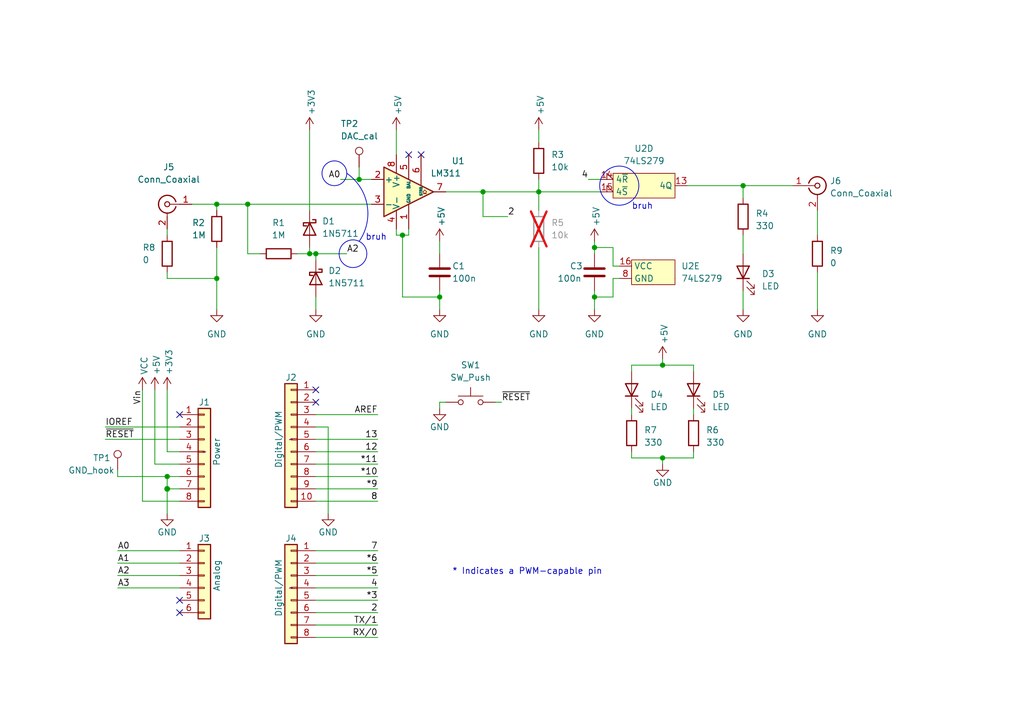
<source format=kicad_sch>
(kicad_sch (version 20230121) (generator eeschema)
  (paper "A5")
  (title_block (title "Pulsed laser ablator PLL Interface") (date "ven. 17 fevr 2023") (rev "2"))
  (lib_symbols
    (symbol "Comparator:LM311" (pin_names (offset 0.127))
      (property "Reference" "U" (at 3.81 6.35 0))
      (property "Value" "LM311" (at 3.81 3.81 0))
      (symbol "LM311_0_1"
        (polyline (pts (xy 5.08 0) (xy -5.08 5.08) (xy -5.08 -5.08) (xy 5.08 0)) (stroke (width 0.254)) (fill (type background)))
        (polyline (pts (xy 3.683 -0.381) (xy 3.302 -0.381) (xy 3.683 0) (xy 3.302 0.381) (xy 2.921 0) (xy 3.302 -0.381) (xy 2.921 -0.381)) (stroke (width 0.127)))
      )
      (symbol "LM311_1_1"
        (pin passive line (at 0 -7.62 90) (length 5.08) (name "GND") (number "1"))
        (pin input line (at -7.62 2.54 0) (length 2.54) (name "+") (number "2"))
        (pin input line (at -7.62 -2.54 0) (length 2.54) (name "-") (number "3"))
        (pin power_in line (at -2.54 -7.62 90) (length 3.81) (name "V-") (number "4"))
        (pin input line (at 0 7.62 270) (length 5.08) (name "BAL") (number "5"))
        (pin input line (at 2.54 7.62 270) (length 6.35) (name "STRB") (number "6"))
        (pin open_collector line (at 7.62 0 180) (length 2.54) (name "~") (number "7"))
        (pin power_in line (at -2.54 7.62 270) (length 3.81) (name "V+") (number "8"))
      )
    )
    (symbol "Connector:Conn_Coaxial" (pin_names (offset 1.016) hide)
      (property "Reference" "J" (at 0.254 3.048 0))
      (property "Value" "Conn_Coaxial" (at 2.921 0 90))
      (symbol "Conn_Coaxial_0_1"
        (arc (start -1.778 -0.508) (mid 0.2311 -1.8066) (end 1.778 0) (stroke (width 0.254)))
        (polyline (pts (xy -2.54 0) (xy -0.508 0)))
        (polyline (pts (xy 0 -2.54) (xy 0 -1.778)))
        (circle (center 0 0) (radius 0.508) (stroke (width 0.2032)))
        (arc (start 1.778 0) (mid 0.2099 1.8101) (end -1.778 0.508) (stroke (width 0.254)))
      )
      (symbol "Conn_Coaxial_1_1"
        (pin passive line (at -5.08 0 0) (length 2.54) (name "In") (number "1"))
        (pin passive line (at 0 -5.08 90) (length 2.54) (name "Ext") (number "2"))
      )
    )
    (symbol "Connector:TestPoint" (pin_numbers hide) (pin_names (offset 0.762) hide)
      (property "Reference" "TP" (at 0 6.858 0))
      (property "Value" "TestPoint" (at 0 5.08 0))
      (symbol "TestPoint_0_1"
        (circle (center 0 3.302) (radius 0.762))
      )
      (symbol "TestPoint_1_1"
        (pin passive line (at 0 0 90) (length 2.54) (name "1") (number "1"))
      )
    )
    (symbol "Connector_Generic:Conn_01x06" (pin_names (offset 1.016) hide)
      (property "Reference" "J" (at 0 7.62 0))
      (property "Value" "Conn_01x06" (at 0 -10.16 0))
      (symbol "Conn_01x06_1_1"
        (rectangle (start -1.27 -7.493) (end 0 -7.747) (stroke (width 0.1524)))
        (rectangle (start -1.27 -4.953) (end 0 -5.207) (stroke (width 0.1524)))
        (rectangle (start -1.27 -2.413) (end 0 -2.667) (stroke (width 0.1524)))
        (rectangle (start -1.27 0.127) (end 0 -0.127) (stroke (width 0.1524)))
        (rectangle (start -1.27 2.667) (end 0 2.413) (stroke (width 0.1524)))
        (rectangle (start -1.27 5.207) (end 0 4.953) (stroke (width 0.1524)))
        (rectangle (start -1.27 6.35) (end 1.27 -8.89) (stroke (width 0.254)) (fill (type background)))
        (pin passive line (at -5.08 5.08 0) (length 3.81) (name "Pin_1") (number "1"))
        (pin passive line (at -5.08 2.54 0) (length 3.81) (name "Pin_2") (number "2"))
        (pin passive line (at -5.08 0 0) (length 3.81) (name "Pin_3") (number "3"))
        (pin passive line (at -5.08 -2.54 0) (length 3.81) (name "Pin_4") (number "4"))
        (pin passive line (at -5.08 -5.08 0) (length 3.81) (name "Pin_5") (number "5"))
        (pin passive line (at -5.08 -7.62 0) (length 3.81) (name "Pin_6") (number "6"))
      )
    )
    (symbol "Connector_Generic:Conn_01x08" (pin_names (offset 1.016) hide)
      (property "Reference" "J" (at 0 10.16 0))
      (property "Value" "Conn_01x08" (at 0 -12.7 0))
      (symbol "Conn_01x08_1_1"
        (rectangle (start -1.27 -10.033) (end 0 -10.287) (stroke (width 0.1524)))
        (rectangle (start -1.27 -7.493) (end 0 -7.747) (stroke (width 0.1524)))
        (rectangle (start -1.27 -4.953) (end 0 -5.207) (stroke (width 0.1524)))
        (rectangle (start -1.27 -2.413) (end 0 -2.667) (stroke (width 0.1524)))
        (rectangle (start -1.27 0.127) (end 0 -0.127) (stroke (width 0.1524)))
        (rectangle (start -1.27 2.667) (end 0 2.413) (stroke (width 0.1524)))
        (rectangle (start -1.27 5.207) (end 0 4.953) (stroke (width 0.1524)))
        (rectangle (start -1.27 7.747) (end 0 7.493) (stroke (width 0.1524)))
        (rectangle (start -1.27 8.89) (end 1.27 -11.43) (stroke (width 0.254)) (fill (type background)))
        (pin passive line (at -5.08 7.62 0) (length 3.81) (name "Pin_1") (number "1"))
        (pin passive line (at -5.08 5.08 0) (length 3.81) (name "Pin_2") (number "2"))
        (pin passive line (at -5.08 2.54 0) (length 3.81) (name "Pin_3") (number "3"))
        (pin passive line (at -5.08 0 0) (length 3.81) (name "Pin_4") (number "4"))
        (pin passive line (at -5.08 -2.54 0) (length 3.81) (name "Pin_5") (number "5"))
        (pin passive line (at -5.08 -5.08 0) (length 3.81) (name "Pin_6") (number "6"))
        (pin passive line (at -5.08 -7.62 0) (length 3.81) (name "Pin_7") (number "7"))
        (pin passive line (at -5.08 -10.16 0) (length 3.81) (name "Pin_8") (number "8"))
      )
    )
    (symbol "Connector_Generic:Conn_01x10" (pin_names (offset 1.016) hide)
      (property "Reference" "J" (at 0 12.7 0))
      (property "Value" "Conn_01x10" (at 0 -15.24 0))
      (symbol "Conn_01x10_1_1"
        (rectangle (start -1.27 -12.573) (end 0 -12.827) (stroke (width 0.1524)))
        (rectangle (start -1.27 -10.033) (end 0 -10.287) (stroke (width 0.1524)))
        (rectangle (start -1.27 -7.493) (end 0 -7.747) (stroke (width 0.1524)))
        (rectangle (start -1.27 -4.953) (end 0 -5.207) (stroke (width 0.1524)))
        (rectangle (start -1.27 -2.413) (end 0 -2.667) (stroke (width 0.1524)))
        (rectangle (start -1.27 0.127) (end 0 -0.127) (stroke (width 0.1524)))
        (rectangle (start -1.27 2.667) (end 0 2.413) (stroke (width 0.1524)))
        (rectangle (start -1.27 5.207) (end 0 4.953) (stroke (width 0.1524)))
        (rectangle (start -1.27 7.747) (end 0 7.493) (stroke (width 0.1524)))
        (rectangle (start -1.27 10.287) (end 0 10.033) (stroke (width 0.1524)))
        (rectangle (start -1.27 11.43) (end 1.27 -13.97) (stroke (width 0.254)) (fill (type background)))
        (pin passive line (at -5.08 10.16 0) (length 3.81) (name "Pin_1") (number "1"))
        (pin passive line (at -5.08 -12.7 0) (length 3.81) (name "Pin_10") (number "10"))
        (pin passive line (at -5.08 7.62 0) (length 3.81) (name "Pin_2") (number "2"))
        (pin passive line (at -5.08 5.08 0) (length 3.81) (name "Pin_3") (number "3"))
        (pin passive line (at -5.08 2.54 0) (length 3.81) (name "Pin_4") (number "4"))
        (pin passive line (at -5.08 0 0) (length 3.81) (name "Pin_5") (number "5"))
        (pin passive line (at -5.08 -2.54 0) (length 3.81) (name "Pin_6") (number "6"))
        (pin passive line (at -5.08 -5.08 0) (length 3.81) (name "Pin_7") (number "7"))
        (pin passive line (at -5.08 -7.62 0) (length 3.81) (name "Pin_8") (number "8"))
        (pin passive line (at -5.08 -10.16 0) (length 3.81) (name "Pin_9") (number "9"))
      )
    )
    (symbol "Device:C" (pin_numbers hide) (pin_names (offset 0.254))
      (property "Reference" "C" (at 0.635 2.54 0))
      (property "Value" "C" (at 0.635 -2.54 0))
      (symbol "C_0_1"
        (polyline (pts (xy -2.032 -0.762) (xy 2.032 -0.762)) (stroke (width 0.508)))
        (polyline (pts (xy -2.032 0.762) (xy 2.032 0.762)) (stroke (width 0.508)))
      )
      (symbol "C_1_1"
        (pin passive line (at 0 3.81 270) (length 2.794) (name "~") (number "1"))
        (pin passive line (at 0 -3.81 90) (length 2.794) (name "~") (number "2"))
      )
    )
    (symbol "Device:D_Schottky" (pin_numbers hide) (pin_names (offset 1.016) hide)
      (property "Reference" "D" (at 0 2.54 0))
      (property "Value" "D_Schottky" (at 0 -2.54 0))
      (symbol "D_Schottky_0_1"
        (polyline (pts (xy 1.27 0) (xy -1.27 0)))
        (polyline (pts (xy 1.27 1.27) (xy 1.27 -1.27) (xy -1.27 0) (xy 1.27 1.27)) (stroke (width 0.254)))
        (polyline (pts (xy -1.905 0.635) (xy -1.905 1.27) (xy -1.27 1.27) (xy -1.27 -1.27) (xy -0.635 -1.27) (xy -0.635 -0.635)) (stroke (width 0.254)))
      )
      (symbol "D_Schottky_1_1"
        (pin passive line (at -3.81 0 0) (length 2.54) (name "K") (number "1"))
        (pin passive line (at 3.81 0 180) (length 2.54) (name "A") (number "2"))
      )
    )
    (symbol "Device:LED" (pin_numbers hide) (pin_names (offset 1.016) hide)
      (property "Reference" "D" (at 0 2.54 0))
      (property "Value" "LED" (at 0 -2.54 0))
      (symbol "LED_0_1"
        (polyline (pts (xy -1.27 -1.27) (xy -1.27 1.27)) (stroke (width 0.254)))
        (polyline (pts (xy -1.27 0) (xy 1.27 0)))
        (polyline (pts (xy 1.27 -1.27) (xy 1.27 1.27) (xy -1.27 0) (xy 1.27 -1.27)) (stroke (width 0.254)))
        (polyline (pts (xy -3.048 -0.762) (xy -4.572 -2.286) (xy -3.81 -2.286) (xy -4.572 -2.286) (xy -4.572 -1.524)))
        (polyline (pts (xy -1.778 -0.762) (xy -3.302 -2.286) (xy -2.54 -2.286) (xy -3.302 -2.286) (xy -3.302 -1.524)))
      )
      (symbol "LED_1_1"
        (pin passive line (at -3.81 0 0) (length 2.54) (name "K") (number "1"))
        (pin passive line (at 3.81 0 180) (length 2.54) (name "A") (number "2"))
      )
    )
    (symbol "Device:R" (pin_numbers hide) (pin_names (offset 0))
      (property "Reference" "R" (at 2.032 0 90))
      (property "Value" "R" (at 0 0 90))
      (symbol "R_0_1"
        (rectangle (start -1.016 -2.54) (end 1.016 2.54) (stroke (width 0.254)))
      )
      (symbol "R_1_1"
        (pin passive line (at 0 3.81 270) (length 1.27) (name "~") (number "1"))
        (pin passive line (at 0 -3.81 90) (length 1.27) (name "~") (number "2"))
      )
    )
    (symbol "Switch:SW_Push" (pin_numbers hide) (pin_names (offset 1.016) hide)
      (property "Reference" "SW" (at 1.27 2.54 0))
      (property "Value" "SW_Push" (at 0 -1.524 0))
      (symbol "SW_Push_0_1"
        (circle (center -2.032 0) (radius 0.508))
        (polyline (pts (xy 0 1.27) (xy 0 3.048)))
        (polyline (pts (xy 2.54 1.27) (xy -2.54 1.27)))
        (circle (center 2.032 0) (radius 0.508))
        (pin passive line (at -5.08 0 0) (length 2.54) (name "1") (number "1"))
        (pin passive line (at 5.08 0 180) (length 2.54) (name "2") (number "2"))
      )
    )
    (symbol "comprovat_parts:74LS279"
      (property "Reference" "U" (at -5.08 5.08 0))
      (property "Value" "74LS279" (at 2.54 -5.08 0))
      (symbol "74LS279_1_1"
        (rectangle (start -6.35 3.81) (end 6.35 -3.81) (fill (type background)))
        (pin input input_low (at -8.89 2.54 0) (length 2.54) (name "1~{R}") (number "1"))
        (pin input input_low (at -8.89 0 0) (length 2.54) (name "1~{S}1") (number "2"))
        (pin input input_low (at -8.89 -2.54 0) (length 2.54) (name "1~{S}2") (number "3"))
        (pin output line (at 8.89 0 180) (length 2.54) (name "1Q") (number "4"))
      )
      (symbol "74LS279_2_1"
        (rectangle (start -6.35 2.54) (end 6.35 -2.54) (fill (type background)))
        (pin input input_low (at -8.89 1.27 0) (length 2.54) (name "2~{R}") (number "5"))
        (pin input input_low (at -8.89 -1.27 0) (length 2.54) (name "2~{S}") (number "6"))
        (pin output line (at 8.89 0 180) (length 2.54) (name "2Q") (number "7"))
      )
      (symbol "74LS279_3_1"
        (rectangle (start -6.35 3.81) (end 6.35 -3.81) (fill (type background)))
        (pin input input_low (at -8.89 2.54 0) (length 2.54) (name "3~{R}") (number "10"))
        (pin input input_low (at -8.89 0 0) (length 2.54) (name "3~{S}1") (number "11"))
        (pin input input_low (at -8.89 -2.54 0) (length 2.54) (name "3~{S}2") (number "12"))
        (pin output line (at 8.89 0 180) (length 2.54) (name "3Q") (number "9"))
      )
      (symbol "74LS279_4_1"
        (rectangle (start -6.35 2.54) (end 6.35 -2.54) (fill (type background)))
        (pin output line (at 8.89 0 180) (length 2.54) (name "4Q") (number "13"))
        (pin input input_low (at -8.89 1.27 0) (length 2.54) (name "4~{R}") (number "14"))
        (pin input input_low (at -8.89 -1.27 0) (length 2.54) (name "4~{S}") (number "15"))
      )
      (symbol "74LS279_5_1"
        (rectangle (start -2.54 2.54) (end 6.35 -2.54) (fill (type background)))
        (rectangle (start 6.35 -1.27) (end 6.35 -1.27))
        (pin power_in line (at -5.08 1.27 0) (length 2.54) (name "VCC") (number "16"))
        (pin power_out line (at -5.08 -1.27 0) (length 2.54) (name "GND") (number "8"))
      )
    )
    (symbol "power:+3V3" (power) (pin_names (offset 0))
      (property "Value" "+3V3" (at 0 3.556 0))
      (symbol "+3V3_0_1"
        (polyline (pts (xy -0.762 1.27) (xy 0 2.54)))
        (polyline (pts (xy 0 0) (xy 0 2.54)))
        (polyline (pts (xy 0 2.54) (xy 0.762 1.27)))
      )
      (symbol "+3V3_1_1"
        (pin power_in line (at 0 0 90) (length 0) hide (name "+3V3") (number "1"))
      )
    )
    (symbol "power:+5V" (power) (pin_names (offset 0))
      (property "Value" "+5V" (at 0 3.556 0))
      (symbol "+5V_0_1"
        (polyline (pts (xy -0.762 1.27) (xy 0 2.54)))
        (polyline (pts (xy 0 0) (xy 0 2.54)))
        (polyline (pts (xy 0 2.54) (xy 0.762 1.27)))
      )
      (symbol "+5V_1_1"
        (pin power_in line (at 0 0 90) (length 0) hide (name "+5V") (number "1"))
      )
    )
    (symbol "power:GND" (power) (pin_names (offset 0))
      (property "Value" "GND" (at 0 -3.81 0))
      (symbol "GND_0_1"
        (polyline (pts (xy 0 0) (xy 0 -1.27) (xy 1.27 -1.27) (xy 0 -2.54) (xy -1.27 -1.27) (xy 0 -1.27)))
      )
      (symbol "GND_1_1"
        (pin power_in line (at 0 0 270) (length 0) hide (name "GND") (number "1"))
      )
    )
    (symbol "power:VCC" (power) (pin_names (offset 0))
      (property "Value" "VCC" (at 0 3.81 0))
      (symbol "VCC_0_1"
        (polyline (pts (xy -0.762 1.27) (xy 0 2.54)))
        (polyline (pts (xy 0 0) (xy 0 2.54)))
        (polyline (pts (xy 0 2.54) (xy 0.762 1.27)))
      )
      (symbol "VCC_1_1"
        (pin power_in line (at 0 0 90) (length 0) hide (name "VCC") (number "1"))
      )
    )
  )
  (junction (at 90.17 60.96))
  (junction (at 34.29 97.79))
  (junction (at 34.29 100.33) (diameter 1.016))
  (junction (at 44.45 41.91))
  (junction (at 99.06 39.37))
  (junction (at 63.5 52.07))
  (junction (at 135.89 93.98))
  (junction (at 121.92 60.96))
  (junction (at 82.55 48.26))
  (junction (at 135.89 74.93))
  (junction (at 50.8 41.91))
  (junction (at 73.66 36.83))
  (junction (at 44.45 57.15))
  (junction (at 110.49 39.37))
  (junction (at 121.92 50.8))
  (junction (at 152.4 38.1))
  (junction (at 64.77 52.07))
  (no_connect (at 64.77 82.55))
  (no_connect (at 86.36 31.75))
  (no_connect (at 36.83 123.19))
  (no_connect (at 64.77 80.01))
  (no_connect (at 83.82 31.75))
  (no_connect (at 36.83 125.73))
  (no_connect (at 36.83 85.09))
  (wire (pts (xy 64.77 130.81) (xy 77.47 130.81)))
  (wire (pts (xy 125.73 60.96) (xy 125.73 57.15)))
  (wire (pts (xy 64.77 97.79) (xy 77.47 97.79)))
  (wire (pts (xy 63.5 52.07) (xy 64.77 52.07)))
  (wire (pts (xy 167.64 43.18) (xy 167.64 48.26)))
  (wire (pts (xy 81.28 26.67) (xy 81.28 31.75)))
  (wire (pts (xy 34.29 97.79) (xy 34.29 100.33)))
  (wire (pts (xy 142.24 83.82) (xy 142.24 85.09)))
  (wire (pts (xy 82.55 48.26) (xy 82.55 60.96)))
  (wire (pts (xy 53.34 52.07) (xy 50.8 52.07)))
  (wire (pts (xy 34.29 100.33) (xy 34.29 105.41)))
  (wire (pts (xy 34.29 92.71) (xy 36.83 92.71)))
  (wire (pts (xy 31.75 95.25) (xy 36.83 95.25)))
  (wire (pts (xy 167.64 55.88) (xy 167.64 63.5)))
  (wire (pts (xy 31.75 80.01) (xy 31.75 95.25)))
  (wire (pts (xy 152.4 48.26) (xy 152.4 52.07)))
  (wire (pts (xy 64.77 90.17) (xy 77.47 90.17)))
  (wire (pts (xy 91.44 39.37) (xy 99.06 39.37)))
  (wire (pts (xy 34.29 80.01) (xy 34.29 92.71)))
  (wire (pts (xy 64.77 113.03) (xy 77.47 113.03)))
  (wire (pts (xy 44.45 50.8) (xy 44.45 57.15)))
  (wire (pts (xy 36.83 113.03) (xy 24.13 113.03)))
  (wire (pts (xy 64.77 92.71) (xy 77.47 92.71)))
  (wire (pts (xy 99.06 39.37) (xy 110.49 39.37)))
  (wire (pts (xy 50.8 41.91) (xy 76.2 41.91)))
  (wire (pts (xy 64.77 115.57) (xy 77.47 115.57)))
  (wire (pts (xy 90.17 59.69) (xy 90.17 60.96)))
  (wire (pts (xy 81.28 46.99) (xy 81.28 48.26)))
  (wire (pts (xy 110.49 39.37) (xy 110.49 43.18)))
  (wire (pts (xy 110.49 36.83) (xy 110.49 39.37)))
  (wire (pts (xy 73.66 34.29) (xy 73.66 36.83)))
  (wire (pts (xy 64.77 60.96) (xy 64.77 63.5)))
  (wire (pts (xy 34.29 46.99) (xy 34.29 48.26)))
  (wire (pts (xy 34.29 57.15) (xy 44.45 57.15)))
  (wire (pts (xy 64.77 100.33) (xy 77.47 100.33)))
  (wire (pts (xy 34.29 55.88) (xy 34.29 57.15)))
  (wire (pts (xy 142.24 92.71) (xy 142.24 93.98)))
  (wire (pts (xy 81.28 48.26) (xy 82.55 48.26)))
  (wire (pts (xy 64.77 120.65) (xy 77.47 120.65)))
  (wire (pts (xy 90.17 49.53) (xy 90.17 52.07)))
  (wire (pts (xy 129.54 92.71) (xy 129.54 93.98)))
  (wire (pts (xy 21.59 87.63) (xy 36.83 87.63)))
  (wire (pts (xy 121.92 60.96) (xy 125.73 60.96)))
  (wire (pts (xy 135.89 95.25) (xy 135.89 93.98)))
  (wire (pts (xy 90.17 83.82) (xy 90.17 82.55)))
  (wire (pts (xy 125.73 57.15) (xy 127 57.15)))
  (wire (pts (xy 135.89 93.98) (xy 142.24 93.98)))
  (wire (pts (xy 125.73 50.8) (xy 121.92 50.8)))
  (wire (pts (xy 67.31 87.63) (xy 67.31 105.41)))
  (wire (pts (xy 99.06 39.37) (xy 99.06 44.45)))
  (wire (pts (xy 110.49 50.8) (xy 110.49 63.5)))
  (wire (pts (xy 127 54.61) (xy 125.73 54.61)))
  (wire (pts (xy 50.8 41.91) (xy 50.8 52.07)))
  (wire (pts (xy 64.77 85.09) (xy 77.47 85.09)))
  (wire (pts (xy 120.65 36.83) (xy 123.19 36.83)))
  (wire (pts (xy 152.4 59.69) (xy 152.4 63.5)))
  (wire (pts (xy 135.89 74.93) (xy 142.24 74.93)))
  (wire (pts (xy 121.92 60.96) (xy 121.92 63.5)))
  (wire (pts (xy 90.17 60.96) (xy 90.17 63.5)))
  (wire (pts (xy 73.66 36.83) (xy 76.2 36.83)))
  (wire (pts (xy 36.83 118.11) (xy 24.13 118.11)))
  (wire (pts (xy 21.59 90.17) (xy 36.83 90.17)))
  (wire (pts (xy 82.55 60.96) (xy 90.17 60.96)))
  (wire (pts (xy 24.13 97.79) (xy 34.29 97.79)))
  (wire (pts (xy 36.83 100.33) (xy 34.29 100.33)))
  (wire (pts (xy 44.45 41.91) (xy 50.8 41.91)))
  (wire (pts (xy 121.92 59.69) (xy 121.92 60.96)))
  (wire (pts (xy 135.89 73.66) (xy 135.89 74.93)))
  (wire (pts (xy 129.54 74.93) (xy 129.54 76.2)))
  (wire (pts (xy 83.82 46.99) (xy 83.82 48.26)))
  (wire (pts (xy 36.83 102.87) (xy 29.21 102.87)))
  (wire (pts (xy 110.49 26.67) (xy 110.49 29.21)))
  (wire (pts (xy 110.49 39.37) (xy 123.19 39.37)))
  (wire (pts (xy 24.13 115.57) (xy 36.83 115.57)))
  (wire (pts (xy 44.45 57.15) (xy 44.45 63.5)))
  (wire (pts (xy 152.4 38.1) (xy 162.56 38.1)))
  (wire (pts (xy 63.5 26.67) (xy 63.5 43.18)))
  (wire (pts (xy 125.73 54.61) (xy 125.73 50.8)))
  (wire (pts (xy 64.77 52.07) (xy 71.12 52.07)))
  (wire (pts (xy 60.96 52.07) (xy 63.5 52.07)))
  (wire (pts (xy 64.77 87.63) (xy 67.31 87.63)))
  (wire (pts (xy 36.83 97.79) (xy 34.29 97.79)))
  (wire (pts (xy 152.4 38.1) (xy 152.4 40.64)))
  (wire (pts (xy 64.77 95.25) (xy 77.47 95.25)))
  (wire (pts (xy 63.5 50.8) (xy 63.5 52.07)))
  (wire (pts (xy 104.14 44.45) (xy 99.06 44.45)))
  (wire (pts (xy 142.24 76.2) (xy 142.24 74.93)))
  (wire (pts (xy 64.77 118.11) (xy 77.47 118.11)))
  (wire (pts (xy 24.13 120.65) (xy 36.83 120.65)))
  (wire (pts (xy 140.97 38.1) (xy 152.4 38.1)))
  (wire (pts (xy 121.92 50.8) (xy 121.92 52.07)))
  (wire (pts (xy 101.6 82.55) (xy 102.87 82.55)))
  (wire (pts (xy 82.55 48.26) (xy 83.82 48.26)))
  (wire (pts (xy 24.13 96.52) (xy 24.13 97.79)))
  (wire (pts (xy 44.45 41.91) (xy 44.45 43.18)))
  (wire (pts (xy 64.77 125.73) (xy 77.47 125.73)))
  (wire (pts (xy 64.77 123.19) (xy 77.47 123.19)))
  (wire (pts (xy 90.17 82.55) (xy 91.44 82.55)))
  (wire (pts (xy 121.92 49.53) (xy 121.92 50.8)))
  (wire (pts (xy 135.89 93.98) (xy 129.54 93.98)))
  (wire (pts (xy 39.37 41.91) (xy 44.45 41.91)))
  (wire (pts (xy 135.89 74.93) (xy 129.54 74.93)))
  (wire (pts (xy 69.85 36.83) (xy 73.66 36.83)))
  (wire (pts (xy 64.77 53.34) (xy 64.77 52.07)))
  (wire (pts (xy 64.77 128.27) (xy 77.47 128.27)))
  (wire (pts (xy 29.21 102.87) (xy 29.21 80.01)))
  (wire (pts (xy 129.54 83.82) (xy 129.54 85.09)))
  (wire (pts (xy 64.77 102.87) (xy 77.47 102.87)))
  (arc (start 71.12 35.56) (mid 75.2833 42.0189) (end 73.66 49.53))
  (circle (center 72.39 52.07) (radius 2.8398))
  (circle (center 68.58 35.56) (radius 2.54))
  (circle (center 127 38.1) (radius 4.0161))
  (text "bruh" (at 74.93 49.53 0) (effects (font (size 1.27 1.27)) (justify left bottom)))
  (text "bruh" (at 129.54 43.18 0) (effects (font (size 1.27 1.27)) (justify left bottom)))
  (text "* Indicates a PWM-capable pin" (at 92.71 118.11 0) (effects (font (size 1.27 1.27)) (justify left bottom)))
  (label "RX{slash}0" (at 77.47 130.81 180))
  (label "A2" (at 24.13 118.11 0))
  (label "4" (at 77.47 120.65 180))
  (label "2" (at 77.47 125.73 180))
  (label "A3" (at 24.13 120.65 0))
  (label "13" (at 77.47 90.17 180))
  (label "12" (at 77.47 92.71 180))
  (label "~{RESET}" (at 102.87 82.55 0))
  (label "~{RESET}" (at 21.59 90.17 0))
  (label "*10" (at 77.47 97.79 180))
  (label "A2" (at 71.12 52.07 0))
  (label "4" (at 120.65 36.83 180))
  (label "A0" (at 69.85 36.83 180))
  (label "7" (at 77.47 113.03 180))
  (label "8" (at 77.47 102.87 180))
  (label "*11" (at 77.47 95.25 180))
  (label "*3" (at 77.47 123.19 180))
  (label "A1" (at 24.13 115.57 0))
  (label "TX{slash}1" (at 77.47 128.27 180))
  (label "A0" (at 24.13 113.03 0))
  (label "AREF" (at 77.47 85.09 180))
  (label "2" (at 104.14 44.45 0))
  (label "Vin" (at 29.21 80.01 270))
  (label "*6" (at 77.47 115.57 180))
  (label "*9" (at 77.47 100.33 180))
  (label "*5" (at 77.47 118.11 180))
  (label "IOREF" (at 21.59 87.63 0))
  (symbol (lib_id "Connector_Generic:Conn_01x08") (at 41.91 92.71 0) (unit 1)
    (property "Reference" "J1" (at 41.91 82.55 0))
    (property "Value" "Power" (at 44.45 92.71 90))
    (property "Footprint" "Connector_PinHeader_2.54mm:PinHeader_1x08_P2.54mm_Vertical" (effects hide))
    (property "Datasheet" "~" (at 41.91 92.71 0))
  )
  (symbol (lib_id "power:+3V3") (at 34.29 80.01 0) (unit 1)
    (property "Reference" "#PWR03" (effects hide))
    (property "Value" "+3.3V" (at 34.671 76.962 90) (effects (justify left)))
  )
  (symbol (lib_id "power:+5V") (at 31.75 80.01 0) (unit 1)
    (property "Reference" "#PWR02" (effects hide))
    (property "Value" "+5V" (at 32.1056 76.962 90) (effects (justify left)))
  )
  (symbol (lib_id "power:GND") (at 34.29 105.41 0) (unit 1)
    (property "Reference" "#PWR04" (effects hide))
    (property "Value" "GND" (at 34.29 109.22 0))
  )
  (symbol (lib_id "Connector_Generic:Conn_01x10") (at 59.69 90.17 0) (mirror y) (unit 1)
    (property "Reference" "J2" (at 59.69 77.47 0))
    (property "Value" "Digital/PWM" (at 57.15 90.17 90))
    (property "Footprint" "Connector_PinHeader_2.54mm:PinHeader_1x10_P2.54mm_Vertical" (effects hide))
    (property "Datasheet" "~" (at 59.69 90.17 0))
  )
  (symbol (lib_id "power:GND") (at 67.31 105.41 0) (unit 1)
    (property "Reference" "#PWR05" (effects hide))
    (property "Value" "GND" (at 67.31 109.22 0))
  )
  (symbol (lib_id "Connector_Generic:Conn_01x06") (at 41.91 118.11 0) (unit 1)
    (property "Reference" "J3" (at 41.91 110.49 0))
    (property "Value" "Analog" (at 44.45 118.11 90))
    (property "Footprint" "Connector_PinHeader_2.54mm:PinHeader_1x06_P2.54mm_Vertical" (effects hide))
  )
  (symbol (lib_id "Connector_Generic:Conn_01x08") (at 59.69 120.65 0) (mirror y) (unit 1)
    (property "Reference" "J4" (at 59.69 110.49 0))
    (property "Value" "Digital/PWM" (at 57.15 120.65 90))
    (property "Footprint" "Connector_PinHeader_2.54mm:PinHeader_1x08_P2.54mm_Vertical" (effects hide))
    (property "Datasheet" "~" (at 59.69 120.65 0))
  )
  (symbol (lib_id "power:GND") (at 90.17 63.5 0) (unit 1)
    (property "Reference" "#PWR012" (effects hide))
    (property "Value" "GND" (at 90.17 68.58 0))
  )
  (symbol (lib_id "power:GND") (at 167.64 63.5 0) (unit 1)
    (property "Reference" "#PWR017" (effects hide))
    (property "Value" "GND" (at 167.64 68.58 0))
  )
  (symbol (lib_id "Device:LED") (at 129.54 80.01 90) (unit 1)
    (property "Reference" "D4" (at 133.35 80.9625 90) (effects (justify right)))
    (property "Value" "LED" (at 133.35 83.5025 90) (effects (justify right)))
    (property "Footprint" "LED_SMD:LED_0805_2012Metric_Pad1.15x1.40mm_HandSolder" (effects hide))
  )
  (symbol (lib_id "power:+5V") (at 121.92 49.53 0) (unit 1)
    (property "Reference" "#PWR014" (effects hide))
    (property "Value" "+5V" (at 122.2756 46.482 90) (effects (justify left)))
  )
  (symbol (lib_id "Connector:TestPoint") (at 73.66 34.29 0) (unit 1)
    (property "Reference" "TP2" (at 69.85 25.4 0) (effects (justify left)))
    (property "Value" "DAC_cal" (at 69.85 27.94 0) (effects (justify left)))
    (property "Footprint" "Connector_PinHeader_2.54mm:PinHeader_1x01_P2.54mm_Vertical" (effects hide))
  )
  (symbol (lib_id "Device:R") (at 57.15 52.07 90) (unit 1)
    (property "Reference" "R1" (at 57.15 45.72 90))
    (property "Value" "1M" (at 57.15 48.26 90))
    (property "Footprint" "Resistor_SMD:R_0805_2012Metric_Pad1.20x1.40mm_HandSolder" (effects hide))
  )
  (symbol (lib_id "Device:LED") (at 142.24 80.01 90) (unit 1)
    (property "Reference" "D5" (at 146.05 80.9625 90) (effects (justify right)))
    (property "Value" "LED" (at 146.05 83.5025 90) (effects (justify right)))
    (property "Footprint" "LED_SMD:LED_0805_2012Metric_Pad1.15x1.40mm_HandSolder" (effects hide))
  )
  (symbol (lib_id "Device:C") (at 121.92 55.88 0) (unit 1)
    (property "Reference" "C3" (at 116.84 54.61 0) (effects (justify left)))
    (property "Value" "100n" (at 114.3 57.15 0) (effects (justify left)))
    (property "Footprint" "Capacitor_SMD:C_0805_2012Metric_Pad1.18x1.45mm_HandSolder" (effects hide))
  )
  (symbol (lib_id "power:+5V") (at 110.49 26.67 0) (unit 1)
    (property "Reference" "#PWR013" (effects hide))
    (property "Value" "+5V" (at 110.8456 23.622 90) (effects (justify left)))
  )
  (symbol (lib_id "power:GND") (at 110.49 63.5 0) (unit 1)
    (property "Reference" "#PWR018" (effects hide))
    (property "Value" "GND" (at 110.49 68.58 0))
  )
  (symbol (lib_id "power:VCC") (at 29.21 80.01 0) (unit 1)
    (property "Reference" "#PWR01" (effects hide))
    (property "Value" "VCC" (at 29.591 76.962 90) (effects (justify left)))
  )
  (symbol (lib_id "Connector:Conn_Coaxial") (at 34.29 41.91 0) (mirror y) (unit 1)
    (property "Reference" "J5" (at 34.6074 34.29 0))
    (property "Value" "Conn_Coaxial" (at 34.6074 36.83 0))
    (property "Footprint" "Connector_Coaxial:BNC_Amphenol_B6252HB-NPP3G-50_Horizontal" (effects hide))
    (property "Datasheet" " ~" (effects hide))
  )
  (symbol (lib_id "power:GND") (at 121.92 63.5 0) (unit 1)
    (property "Reference" "#PWR015" (effects hide))
    (property "Value" "GND" (at 121.92 68.58 0))
  )
  (symbol (lib_id "Switch:SW_Push") (at 96.52 82.55 0) (unit 1)
    (property "Reference" "SW1" (at 96.52 74.93 0))
    (property "Value" "SW_Push" (at 96.52 77.47 0))
    (property "Footprint" "Button_Switch_THT:SW_Tactile_SPST_Angled_PTS645Vx39-2LFS" (effects hide))
  )
  (symbol (lib_id "power:+5V") (at 81.28 26.67 0) (unit 1)
    (property "Reference" "#PWR010" (effects hide))
    (property "Value" "+5V" (at 81.6356 23.622 90) (effects (justify left)))
  )
  (symbol (lib_id "Device:C") (at 90.17 55.88 0) (unit 1)
    (property "Reference" "C1" (at 92.71 54.61 0) (effects (justify left)))
    (property "Value" "100n" (at 92.71 57.15 0) (effects (justify left)))
    (property "Footprint" "Capacitor_SMD:C_0805_2012Metric_Pad1.18x1.45mm_HandSolder" (effects hide))
  )
  (symbol (lib_id "power:+5V") (at 90.17 49.53 0) (unit 1)
    (property "Reference" "#PWR011" (effects hide))
    (property "Value" "+5V" (at 90.5256 46.482 90) (effects (justify left)))
  )
  (symbol (lib_id "power:+5V") (at 135.89 73.66 0) (unit 1)
    (property "Reference" "#PWR020" (effects hide))
    (property "Value" "+5V" (at 136.2456 70.612 90) (effects (justify left)))
  )
  (symbol (lib_id "comprovat_parts:74LS279") (at 132.08 55.88 0) (unit 5)
    (property "Reference" "U2" (at 139.7 54.6099 0) (effects (justify left)))
    (property "Value" "74LS279" (at 139.7 57.1499 0) (effects (justify left)))
    (property "Footprint" "Package_DIP:DIP-16_W7.62mm_Socket_LongPads" (effects hide))
  )
  (symbol (lib_id "power:GND") (at 90.17 83.82 0) (unit 1)
    (property "Reference" "#PWR0101" (effects hide))
    (property "Value" "GND" (at 90.17 87.63 0))
  )
  (symbol (lib_id "power:GND") (at 44.45 63.5 0) (unit 1)
    (property "Reference" "#PWR09" (effects hide))
    (property "Value" "GND" (at 44.45 68.58 0))
  )
  (symbol (lib_id "Connector:Conn_Coaxial") (at 167.64 38.1 0) (unit 1)
    (property "Reference" "J6" (at 170.18 37.1231 0) (effects (justify left)))
    (property "Value" "Conn_Coaxial" (at 170.18 39.6631 0) (effects (justify left)))
    (property "Footprint" "Connector_Coaxial:BNC_Amphenol_B6252HB-NPP3G-50_Horizontal" (effects hide))
    (property "Datasheet" " ~" (effects hide))
  )
  (symbol (lib_id "Device:D_Schottky") (at 63.5 46.99 270) (unit 1)
    (property "Reference" "D1" (at 66.04 45.4024 90) (effects (justify left)))
    (property "Value" "1N5711" (at 66.04 47.9424 90) (effects (justify left)))
    (property "Footprint" "Diode_SMD:D_SOD-123" (effects hide))
  )
  (symbol (lib_id "Device:R") (at 34.29 52.07 0) (unit 1)
    (property "Reference" "R8" (at 29.21 50.8 0) (effects (justify left)))
    (property "Value" "0" (at 29.21 53.34 0) (effects (justify left)))
    (property "Footprint" "Resistor_SMD:R_0805_2012Metric_Pad1.20x1.40mm_HandSolder" (effects hide))
  )
  (symbol (lib_id "Device:D_Schottky") (at 64.77 57.15 270) (unit 1)
    (property "Reference" "D2" (at 67.31 55.5624 90) (effects (justify left)))
    (property "Value" "1N5711" (at 67.31 58.1024 90) (effects (justify left)))
    (property "Footprint" "Diode_SMD:D_SOD-123" (effects hide))
  )
  (symbol (lib_id "Device:R") (at 167.64 52.07 0) (unit 1)
    (property "Reference" "R9" (at 170.18 51.435 0) (effects (justify left)))
    (property "Value" "0" (at 170.18 53.975 0) (effects (justify left)))
    (property "Footprint" "Resistor_SMD:R_0805_2012Metric_Pad1.20x1.40mm_HandSolder" (effects hide))
  )
  (symbol (lib_id "Device:R") (at 142.24 88.9 180) (unit 1)
    (property "Reference" "R6" (at 144.78 88.265 0) (effects (justify right)))
    (property "Value" "330" (at 144.78 90.805 0) (effects (justify right)))
    (property "Footprint" "Resistor_SMD:R_0805_2012Metric_Pad1.20x1.40mm_HandSolder" (effects hide))
  )
  (symbol (lib_id "Device:LED") (at 152.4 55.88 90) (unit 1)
    (property "Reference" "D3" (at 156.21 56.1974 90) (effects (justify right)))
    (property "Value" "LED" (at 156.21 58.7374 90) (effects (justify right)))
    (property "Footprint" "LED_THT:LED_D5.0mm" (effects hide))
  )
  (symbol (lib_id "power:GND") (at 64.77 63.5 0) (unit 1)
    (property "Reference" "#PWR08" (effects hide))
    (property "Value" "GND" (at 64.77 68.58 0))
  )
  (symbol (lib_id "Device:R") (at 129.54 88.9 0) (unit 1)
    (property "Reference" "R7" (at 132.08 88.265 0) (effects (justify left)))
    (property "Value" "330" (at 132.08 90.805 0) (effects (justify left)))
    (property "Footprint" "Resistor_SMD:R_0805_2012Metric_Pad1.20x1.40mm_HandSolder" (effects hide))
  )
  (symbol (lib_id "power:GND") (at 152.4 63.5 0) (unit 1)
    (property "Reference" "#PWR016" (effects hide))
    (property "Value" "GND" (at 152.4 68.58 0))
  )
  (symbol (lib_id "Comparator:LM311") (at 83.82 39.37 0) (unit 1)
    (property "Reference" "U1" (at 93.98 33.02 0))
    (property "Value" "LM311" (at 91.44 35.56 0))
    (property "Footprint" "Package_DIP:DIP-8_W7.62mm_Socket_LongPads" (effects hide))
    (property "Datasheet" "https://www.st.com/resource/en/datasheet/lm311.pdf" (effects hide))
  )
  (symbol (lib_id "power:GND") (at 135.89 95.25 0) (unit 1)
    (property "Reference" "#PWR019" (effects hide))
    (property "Value" "GND" (at 135.89 99.06 0))
  )
  (symbol (lib_id "Device:R") (at 44.45 46.99 0) (unit 1)
    (property "Reference" "R2" (at 39.37 45.72 0) (effects (justify left)))
    (property "Value" "1M" (at 39.37 48.26 0) (effects (justify left)))
    (property "Footprint" "Resistor_SMD:R_0805_2012Metric_Pad1.20x1.40mm_HandSolder" (effects hide))
  )
  (symbol (lib_id "Device:R") (at 110.49 33.02 0) (unit 1)
    (property "Reference" "R3" (at 113.03 31.7499 0) (effects (justify left)))
    (property "Value" "10k" (at 113.03 34.2899 0) (effects (justify left)))
    (property "Footprint" "Resistor_SMD:R_0805_2012Metric_Pad1.20x1.40mm_HandSolder" (effects hide))
  )
  (symbol (lib_id "Connector:TestPoint") (at 24.13 96.52 0) (unit 1)
    (property "Reference" "TP1" (at 19.05 93.98 0) (effects (justify left)))
    (property "Value" "GND_hook" (at 13.97 96.52 0) (effects (justify left)))
    (property "Footprint" "Connector_PinHeader_2.54mm:PinHeader_1x01_P2.54mm_Vertical" (effects hide))
  )
  (symbol (lib_id "Device:R") (at 152.4 44.45 0) (unit 1)
    (property "Reference" "R4" (at 154.94 43.815 0) (effects (justify left)))
    (property "Value" "330" (at 154.94 46.355 0) (effects (justify left)))
    (property "Footprint" "Resistor_SMD:R_0805_2012Metric_Pad1.20x1.40mm_HandSolder" (effects hide))
  )
  (symbol (lib_id "comprovat_parts:74LS279") (at 132.08 38.1 0) (unit 4)
    (property "Reference" "U2" (at 132.08 30.48 0))
    (property "Value" "74LS279" (at 132.08 33.02 0))
    (property "Footprint" "Package_DIP:DIP-16_W7.62mm_Socket_LongPads" (effects hide))
  )
  (symbol (lib_id "power:+3V3") (at 63.5 26.67 0) (unit 1)
    (property "Reference" "#PWR07" (effects hide))
    (property "Value" "+3.3V" (at 63.881 23.622 90) (effects (justify left)))
  )
  (symbol (lib_id "Device:R") (at 110.49 46.99 0) (unit 1) (dnp yes)
    (property "Reference" "R5" (at 113.03 45.7199 0) (effects (justify left)))
    (property "Value" "10k" (at 113.03 48.2599 0) (effects (justify left)))
    (property "Footprint" "Resistor_SMD:R_0805_2012Metric_Pad1.20x1.40mm_HandSolder" (effects hide))
  )
)
</source>
